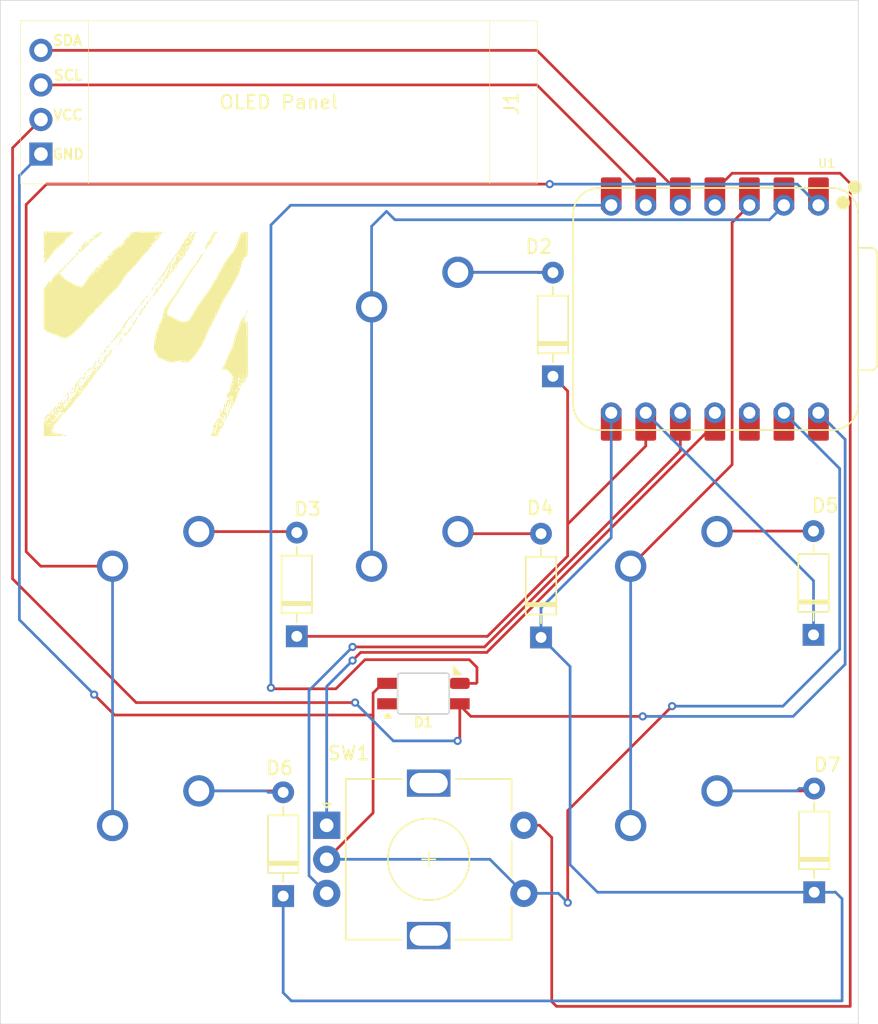
<source format=kicad_pcb>
(kicad_pcb (version 20241229) (generator "pcbnew") (generator_version "9.0")
  (layers (0 "F.Cu" signal) (2 "B.Cu" signal) (13 "F.Paste" user) (15 "B.Paste" user) (5 "F.SilkS" user "F.Silkscreen") (7 "B.SilkS" user "B.Silkscreen") (1 "F.Mask" user) (3 "B.Mask" user) (25 "Edge.Cuts" user))
  (net 0 "")
  (net 1 "LED")
  (net 3 "VCC")
  (net 4 "GND")
  (net 5 "Net-(D2-A)")
  (net 6 "Net-(D3-A)")
  (net 7 "ROW1")
  (net 8 "Net-(D4-A)")
  (net 9 "Net-(D5-A)")
  (net 10 "ROW2")
  (net 11 "Net-(D6-A)")
  (net 12 "Net-(D7-A)")
  (net 13 "SDA")
  (net 14 "SCL")
  (net 15 "R_A")
  (net 16 "R_B")
  (net 17 "COL1")
  (net 18 "R_SW")
  (net 19 "COL2")
  (net 22 "COL3")
  (footprint "libs:SK6812-MINI-E" (layer "F.Cu") (at 176.2125 94.925)
    (property "Reference" "D1" (at 0 2.1 0) (layer "F.SilkS") (effects (font (size 0.7 0.7))))
    (property "Value" "SK6812MINI" (hide yes))
    (fp_line (start -1.9 1.3) (end -1.9 -1.3) (stroke (width 0.12)) (layer "Edge.Cuts"))
    (fp_line (start -1.7 -1.5) (end 1.7 -1.5) (stroke (width 0.12)) (layer "Edge.Cuts"))
    (fp_line (start 1.7 1.5) (end -1.7 1.5) (stroke (width 0.12)) (layer "Edge.Cuts"))
    (fp_line (start 1.9 -1.3) (end 1.9 1.3) (stroke (width 0.12)) (layer "Edge.Cuts"))
    (fp_arc (start -1.9 -1.3) (mid -1.841421 -1.441421) (end -1.7 -1.5) (stroke (width 0.12)) (layer "Edge.Cuts"))
    (fp_arc (start -1.7 1.5) (mid -1.841421 1.441421) (end -1.9 1.3) (stroke (width 0.12)) (layer "Edge.Cuts"))
    (fp_arc (start 1.7 -1.5) (mid 1.841421 -1.441421) (end 1.9 -1.3) (stroke (width 0.12)) (layer "Edge.Cuts"))
    (fp_arc (start 1.9 1.3) (mid 1.841421 1.441421) (end 1.7 1.5) (stroke (width 0.12)) (layer "Edge.Cuts"))
    (pad "1" smd rect (at -2.675 0.75) (size 1.45 0.82) (layers "F.Cu" "F.Mask" "F.Paste"))
    (pad "2" smd rect (at -2.675 -0.75) (size 1.45 0.82) (layers "F.Cu" "F.Mask" "F.Paste") (net 4 "GND"))
    (pad "3" smd roundrect (at 2.675 -0.75) (size 1.45 0.82) (layers "F.Cu" "F.Mask" "F.Paste") (net 1 "LED"))
    (pad "4" smd rect (at 2.675 0.75) (size 1.45 0.82) (layers "F.Cu" "F.Mask" "F.Paste") (net 3 "VCC"))
  )
  (footprint "OPL:XIAO-RP2040-DIP" (layer "F.Cu") (at 197.6438 66.675 -90)
    (property "Reference" "U1" (at -10.6875 -8.2312 0) (layer "F.SilkS") (effects (font (size 0.635 0.635) (thickness 0.1016))))
    (property "Value" "XIAO-RP2040-DIP")
    (pad "1" smd roundrect (at -8.455 -7.62 90) (size 2.432 1.524) (layers "F.Cu" "F.Mask") (roundrect_rratio 0.1) (net 17 "COL1"))
    (pad "1" thru_hole circle (at -7.62 -7.62 90) (size 1.524 1.524) (drill 0.889) (layers "*.Cu" "*.Mask") (net 17 "COL1"))
    (pad "2" smd roundrect (at -8.455 -5.08 90) (size 2.432 1.524) (layers "F.Cu" "F.Mask") (roundrect_rratio 0.1) (net 19 "COL2"))
    (pad "2" thru_hole circle (at -7.62 -5.08 90) (size 1.524 1.524) (drill 0.889) (layers "*.Cu" "*.Mask") (net 19 "COL2"))
    (pad "3" smd roundrect (at -8.455 -2.54 90) (size 2.432 1.524) (layers "F.Cu" "F.Mask") (roundrect_rratio 0.1) (net 22 "COL3"))
    (pad "3" thru_hole circle (at -7.62 -2.54 90) (size 1.524 1.524) (drill 0.889) (layers "*.Cu" "*.Mask") (net 22 "COL3"))
    (pad "4" smd roundrect (at -8.455 0 90) (size 2.432 1.524) (layers "F.Cu" "F.Mask") (roundrect_rratio 0.1) (net 18 "R_SW"))
    (pad "4" thru_hole circle (at -7.62 0 90) (size 1.524 1.524) (drill 0.889) (layers "*.Cu" "*.Mask") (net 18 "R_SW"))
    (pad "5" smd roundrect (at -8.455 2.54 90) (size 2.432 1.524) (layers "F.Cu" "F.Mask") (roundrect_rratio 0.1) (net 13 "SDA"))
    (pad "5" thru_hole circle (at -7.62 2.54 90) (size 1.524 1.524) (drill 0.889) (layers "*.Cu" "*.Mask") (net 13 "SDA"))
    (pad "6" smd roundrect (at -8.455 5.08 90) (size 2.432 1.524) (layers "F.Cu" "F.Mask") (roundrect_rratio 0.1) (net 14 "SCL"))
    (pad "6" thru_hole circle (at -7.62 5.08 90) (size 1.524 1.524) (drill 0.889) (layers "*.Cu" "*.Mask") (net 14 "SCL"))
    (pad "7" smd roundrect (at -8.455 7.62 90) (size 2.432 1.524) (layers "F.Cu" "F.Mask") (roundrect_rratio 0.1) (net 1 "LED"))
    (pad "7" thru_hole circle (at -7.62 7.62 90) (size 1.524 1.524) (drill 0.889) (layers "*.Cu" "*.Mask") (net 1 "LED"))
    (pad "8" thru_hole circle (at 7.62 7.62 270) (size 1.524 1.524) (drill 0.889) (layers "*.Cu" "*.Mask") (net 10 "ROW2"))
    (pad "8" smd roundrect (at 8.455 7.62 270) (size 2.432 1.524) (layers "F.Cu" "F.Mask") (roundrect_rratio 0.1) (net 10 "ROW2"))
    (pad "9" thru_hole circle (at 7.62 5.08 270) (size 1.524 1.524) (drill 0.889) (layers "*.Cu" "*.Mask") (net 7 "ROW1"))
    (pad "9" smd roundrect (at 8.455 5.08 270) (size 2.432 1.524) (layers "F.Cu" "F.Mask") (roundrect_rratio 0.1) (net 7 "ROW1"))
    (pad "10" thru_hole circle (at 7.62 2.54 270) (size 1.524 1.524) (drill 0.889) (layers "*.Cu" "*.Mask") (net 16 "R_B"))
    (pad "10" smd roundrect (at 8.455 2.54 270) (size 2.432 1.524) (layers "F.Cu" "F.Mask") (roundrect_rratio 0.1) (net 16 "R_B"))
    (pad "11" thru_hole circle (at 7.62 0 270) (size 1.524 1.524) (drill 0.889) (layers "*.Cu" "*.Mask") (net 15 "R_A"))
    (pad "11" smd roundrect (at 8.455 0 270) (size 2.432 1.524) (layers "F.Cu" "F.Mask") (roundrect_rratio 0.1) (net 15 "R_A"))
    (pad "12" thru_hole circle (at 7.62 -2.54 270) (size 1.524 1.524) (drill 0.889) (layers "*.Cu" "*.Mask"))
    (pad "12" smd roundrect (at 8.455 -2.54 270) (size 2.432 1.524) (layers "F.Cu" "F.Mask") (roundrect_rratio 0.1))
    (pad "13" thru_hole circle (at 7.62 -5.08 270) (size 1.524 1.524) (drill 0.889) (layers "*.Cu" "*.Mask") (net 4 "GND"))
    (pad "13" smd roundrect (at 8.455 -5.08 270) (size 2.432 1.524) (layers "F.Cu" "F.Mask") (roundrect_rratio 0.1) (net 4 "GND"))
    (pad "14" thru_hole circle (at 7.62 -7.62 270) (size 1.524 1.524) (drill 0.889) (layers "*.Cu" "*.Mask") (net 3 "VCC"))
    (pad "14" smd roundrect (at 8.455 -7.62 270) (size 2.432 1.524) (layers "F.Cu" "F.Mask") (roundrect_rratio 0.1) (net 3 "VCC"))
  )
  (footprint "MX_Solderable:MX-Solderable-1U" (layer "F.Cu") (at 195.2625 107.1562)
    (property "Reference" "SW7")
    (property "Value" "SW_Push")
    (pad "" np_thru_hole circle (at -5.08 0 48.099) (size 1.7018 1.7018) (drill 1.7018) (layers "*.Cu" "*.Mask"))
    (pad "" np_thru_hole circle (at 0 0) (size 3.9878 3.9878) (drill 3.9878) (layers "*.Cu" "*.Mask"))
    (pad "" np_thru_hole circle (at 5.08 0 48.099) (size 1.7018 1.7018) (drill 1.7018) (layers "*.Cu" "*.Mask"))
    (pad "1" thru_hole circle (at -3.81 -2.54) (size 2.3 2.3) (drill 1.524) (layers "*.Cu" "B.Mask") (net 22 "COL3"))
    (pad "2" thru_hole circle (at 2.54 -5.08) (size 2.3 2.3) (drill 1.524) (layers "*.Cu" "B.Mask") (net 12 "Net-(D7-A)"))
  )
  (footprint "OLED:SSD1306-0.91-OLED-4pin-128x32" (layer "F.Cu") (at 184.585 57.485 180)
    (property "Reference" "J1" (at 1.9 5.91 90) (layer "F.SilkS"))
    (property "Value" "OLED DISPLAY")
    (fp_text user "GND" (at 34.5 2.19 180) (layer "F.SilkS") (effects (font (size 0.75 0.75))))
    (fp_text user "SCL" (at 34.5 7.985 180) (layer "F.SilkS") (effects (font (size 0.75 0.75))))
    (fp_text user "OLED Panel" (at 19 6 0) (layer "F.SilkS"))
    (fp_text user "SDA" (at 34.5475 10.535 180) (layer "F.SilkS") (effects (font (size 0.75 0.75))))
    (fp_text user "VCC" (at 34.51 5.06 180) (layer "F.SilkS") (effects (font (size 0.75 0.75))))
    (pad "1" thru_hole rect (at 36.5 2.19 180) (size 1.7 1.7) (drill 1) (layers "*.Cu" "*.Mask") (net 4 "GND"))
    (pad "2" thru_hole oval (at 36.5 4.73 180) (size 1.7 1.7) (drill 1) (layers "*.Cu" "*.Mask") (net 3 "VCC"))
    (pad "3" thru_hole oval (at 36.5 7.27 180) (size 1.7 1.7) (drill 1) (layers "*.Cu" "*.Mask") (net 14 "SCL"))
    (pad "4" thru_hole oval (at 36.5 9.81 180) (size 1.7 1.7) (drill 1) (layers "*.Cu" "*.Mask") (net 13 "SDA"))
  )
  (footprint "Diode_THT:D_DO-35_SOD27_P7.62mm_Horizontal" (layer "F.Cu") (at 166.9 90.72 90)
    (property "Reference" "D3" (at 9.345 0.8 180) (layer "F.SilkS"))
    (property "Value" "D")
    (pad "1" thru_hole rect (at 0 0 90) (size 1.6 1.6) (drill 0.8) (layers "*.Cu" "*.Mask") (net 7 "ROW1"))
    (pad "2" thru_hole oval (at 7.62 0 90) (size 1.6 1.6) (drill 0.8) (layers "*.Cu" "*.Mask") (net 6 "Net-(D3-A)"))
  )
  (footprint "Diode_THT:D_DO-35_SOD27_P7.62mm_Horizontal" (layer "F.Cu") (at 165.9 109.8 90)
    (property "Reference" "D6" (at 9.4 -0.2625 180) (layer "F.SilkS"))
    (property "Value" "D")
    (pad "1" thru_hole rect (at 0 0 90) (size 1.6 1.6) (drill 0.8) (layers "*.Cu" "*.Mask") (net 10 "ROW2"))
    (pad "2" thru_hole oval (at 7.62 0 90) (size 1.6 1.6) (drill 0.8) (layers "*.Cu" "*.Mask") (net 11 "Net-(D6-A)"))
  )
  (footprint "Diode_THT:D_DO-35_SOD27_P7.62mm_Horizontal" (layer "F.Cu") (at 184.86 90.8 90)
    (property "Reference" "D4" (at 9.5 -0.06 180) (layer "F.SilkS"))
    (property "Value" "D" (hide yes))
    (pad "1" thru_hole rect (at 0 0 90) (size 1.6 1.6) (drill 0.8) (layers "*.Cu" "*.Mask") (net 10 "ROW2"))
    (pad "2" thru_hole oval (at 7.62 0 90) (size 1.6 1.6) (drill 0.8) (layers "*.Cu" "*.Mask") (net 8 "Net-(D4-A)"))
  )
  (footprint "MX_Solderable:MX-Solderable-1U" (layer "F.Cu") (at 176.2125 69.0562)
    (property "Reference" "SW2")
    (property "Value" "SW_Push")
    (pad "" np_thru_hole circle (at -5.08 0 48.099) (size 1.7018 1.7018) (drill 1.7018) (layers "*.Cu" "*.Mask"))
    (pad "" np_thru_hole circle (at 0 0) (size 3.9878 3.9878) (drill 3.9878) (layers "*.Cu" "*.Mask"))
    (pad "" np_thru_hole circle (at 5.08 0 48.099) (size 1.7018 1.7018) (drill 1.7018) (layers "*.Cu" "*.Mask"))
    (pad "1" thru_hole circle (at -3.81 -2.54) (size 2.3 2.3) (drill 1.524) (layers "*.Cu" "B.Mask") (net 19 "COL2"))
    (pad "2" thru_hole circle (at 2.54 -5.08) (size 2.3 2.3) (drill 1.524) (layers "*.Cu" "B.Mask") (net 5 "Net-(D2-A)"))
  )
  (footprint "libs:logo" (layer "F.Cu") (at 155.8 68.5)
    (property "Reference" "G***" (hide yes))
    (property "Value" "LOGO" (hide yes))
  )
  (footprint "MX_Solderable:MX-Solderable-1U" (layer "F.Cu") (at 157.1625 107.1562)
    (property "Reference" "SW6")
    (property "Value" "SW_Push")
    (pad "" np_thru_hole circle (at -5.08 0 48.099) (size 1.7018 1.7018) (drill 1.7018) (layers "*.Cu" "*.Mask"))
    (pad "" np_thru_hole circle (at 0 0) (size 3.9878 3.9878) (drill 3.9878) (layers "*.Cu" "*.Mask"))
    (pad "" np_thru_hole circle (at 5.08 0 48.099) (size 1.7018 1.7018) (drill 1.7018) (layers "*.Cu" "*.Mask"))
    (pad "1" thru_hole circle (at -3.81 -2.54) (size 2.3 2.3) (drill 1.524) (layers "*.Cu" "B.Mask") (net 17 "COL1"))
    (pad "2" thru_hole circle (at 2.54 -5.08) (size 2.3 2.3) (drill 1.524) (layers "*.Cu" "B.Mask") (net 11 "Net-(D6-A)"))
  )
  (footprint "MX_Solderable:MX-Solderable-1U" (layer "F.Cu") (at 176.2125 88.1062)
    (property "Reference" "SW4")
    (property "Value" "SW_Push")
    (pad "" np_thru_hole circle (at -5.08 0 48.099) (size 1.7018 1.7018) (drill 1.7018) (layers "*.Cu" "*.Mask"))
    (pad "" np_thru_hole circle (at 0 0) (size 3.9878 3.9878) (drill 3.9878) (layers "*.Cu" "*.Mask"))
    (pad "" np_thru_hole circle (at 5.08 0 48.099) (size 1.7018 1.7018) (drill 1.7018) (layers "*.Cu" "*.Mask"))
    (pad "1" thru_hole circle (at -3.81 -2.54) (size 2.3 2.3) (drill 1.524) (layers "*.Cu" "B.Mask") (net 19 "COL2"))
    (pad "2" thru_hole circle (at 2.54 -5.08) (size 2.3 2.3) (drill 1.524) (layers "*.Cu" "B.Mask") (net 8 "Net-(D4-A)"))
  )
  (footprint "MX_Solderable:MX-Solderable-1U" (layer "F.Cu") (at 157.1625 88.1062)
    (property "Reference" "SW3")
    (property "Value" "SW_Push")
    (pad "" np_thru_hole circle (at -5.08 0 48.099) (size 1.7018 1.7018) (drill 1.7018) (layers "*.Cu" "*.Mask"))
    (pad "" np_thru_hole circle (at 0 0) (size 3.9878 3.9878) (drill 3.9878) (layers "*.Cu" "*.Mask"))
    (pad "" np_thru_hole circle (at 5.08 0 48.099) (size 1.7018 1.7018) (drill 1.7018) (layers "*.Cu" "*.Mask"))
    (pad "1" thru_hole circle (at -3.81 -2.54) (size 2.3 2.3) (drill 1.524) (layers "*.Cu" "B.Mask") (net 17 "COL1"))
    (pad "2" thru_hole circle (at 2.54 -5.08) (size 2.3 2.3) (drill 1.524) (layers "*.Cu" "B.Mask") (net 6 "Net-(D3-A)"))
  )
  (footprint "Diode_THT:D_DO-35_SOD27_P7.62mm_Horizontal" (layer "F.Cu") (at 185.7375 71.62 90)
    (property "Reference" "D2" (at 9.52 -1.0375 180) (layer "F.SilkS"))
    (property "Value" "D" (hide yes))
    (pad "1" thru_hole rect (at 0 0 90) (size 1.6 1.6) (drill 0.8) (layers "*.Cu" "*.Mask") (net 7 "ROW1"))
    (pad "2" thru_hole oval (at 7.62 0 90) (size 1.6 1.6) (drill 0.8) (layers "*.Cu" "*.Mask") (net 5 "Net-(D2-A)"))
  )
  (footprint "MX_Solderable:MX-Solderable-1U" (layer "F.Cu") (at 195.2625 88.1062)
    (property "Reference" "SW5")
    (property "Value" "SW_Push")
    (pad "" np_thru_hole circle (at -5.08 0 48.099) (size 1.7018 1.7018) (drill 1.7018) (layers "*.Cu" "*.Mask"))
    (pad "" np_thru_hole circle (at 0 0) (size 3.9878 3.9878) (drill 3.9878) (layers "*.Cu" "*.Mask"))
    (pad "" np_thru_hole circle (at 5.08 0 48.099) (size 1.7018 1.7018) (drill 1.7018) (layers "*.Cu" "*.Mask"))
    (pad "1" thru_hole circle (at -3.81 -2.54) (size 2.3 2.3) (drill 1.524) (layers "*.Cu" "B.Mask") (net 22 "COL3"))
    (pad "2" thru_hole circle (at 2.54 -5.08) (size 2.3 2.3) (drill 1.524) (layers "*.Cu" "B.Mask") (net 9 "Net-(D5-A)"))
  )
  (footprint "Diode_THT:D_DO-35_SOD27_P7.62mm_Horizontal" (layer "F.Cu") (at 204.9 90.61 90)
    (property "Reference" "D5" (at 9.4975 0.8625 180) (layer "F.SilkS"))
    (property "Value" "D" (hide yes))
    (pad "1" thru_hole rect (at 0 0 90) (size 1.6 1.6) (drill 0.8) (layers "*.Cu" "*.Mask") (net 7 "ROW1"))
    (pad "2" thru_hole oval (at 7.62 0 90) (size 1.6 1.6) (drill 0.8) (layers "*.Cu" "*.Mask") (net 9 "Net-(D5-A)"))
  )
  (footprint "Diode_THT:D_DO-35_SOD27_P7.62mm_Horizontal" (layer "F.Cu") (at 204.95 109.52 90)
    (property "Reference" "D7" (at 9.3575 0.9625 180) (layer "F.SilkS"))
    (property "Value" "D")
    (pad "1" thru_hole rect (at 0 0 90) (size 1.6 1.6) (drill 0.8) (layers "*.Cu" "*.Mask") (net 10 "ROW2"))
    (pad "2" thru_hole oval (at 7.62 0 90) (size 1.6 1.6) (drill 0.8) (layers "*.Cu" "*.Mask") (net 12 "Net-(D7-A)"))
  )
  (footprint "Rotary_Encoder:RotaryEncoder_Alps_EC11E-Switch_Vertical_H20mm" (layer "F.Cu") (at 169.1 104.6)
    (property "Reference" "SW1" (at 1.6 -5.3 0) (layer "F.SilkS"))
    (property "Value" "RotaryEncoder_Switch")
    (pad "A" thru_hole rect (at 0 0) (size 2 2) (drill 1) (layers "*.Cu" "*.Mask") (net 15 "R_A"))
    (pad "B" thru_hole circle (at 0 5) (size 2 2) (drill 1) (layers "*.Cu" "*.Mask") (net 16 "R_B"))
    (pad "C" thru_hole circle (at 0 2.5) (size 2 2) (drill 1) (layers "*.Cu" "*.Mask") (net 4 "GND"))
    (pad "MP" thru_hole rect (at 7.5 -3.1) (size 3.2 2) (drill oval 2.8 1.5) (layers "*.Cu" "*.Mask"))
    (pad "MP" thru_hole rect (at 7.5 8.1) (size 3.2 2) (drill oval 2.8 1.5) (layers "*.Cu" "*.Mask"))
    (pad "S1" thru_hole circle (at 14.5 5) (size 2 2) (drill 1) (layers "*.Cu" "*.Mask") (net 4 "GND"))
    (pad "S2" thru_hole circle (at 14.5 0) (size 2 2) (drill 1) (layers "*.Cu" "*.Mask") (net 18 "R_SW"))
  )
  (gr_rect (start 145.1 44) (end 208.2 119.2) (stroke (width 0.05)) (fill no) (layer "Edge.Cuts"))
  (segment (start 179.5875 92.4375) (end 180.15 93) (width 0.2) (layer "F.Cu") (net 1))
  (segment (start 169.774943 94.575) (end 165.075 94.575) (width 0.2) (layer "F.Cu") (net 1))
  (segment (start 180.15 93) (end 180.15 94.1125) (width 0.2) (layer "F.Cu") (net 1))
  (segment (start 180.0875 94.175) (end 178.8875 94.175) (width 0.2) (layer "F.Cu") (net 1))
  (segment (start 179.5875 92.4375) (end 171.912443 92.4375) (width 0.2) (layer "F.Cu") (net 1))
  (segment (start 165.075 94.575) (end 165 94.5) (width 0.2) (layer "F.Cu") (net 1))
  (segment (start 190.0238 58.22) (end 190.0238 59.055) (width 0.2) (layer "F.Cu") (net 1))
  (segment (start 171.912443 92.4375) (end 169.774943 94.575) (width 0.2) (layer "F.Cu") (net 1))
  (segment (start 180.15 94.1125) (end 180.0875 94.175) (width 0.2) (layer "F.Cu") (net 1))
  (via (at 165 94.5) (size 0.6) (drill 0.3) (layers "F.Cu" "B.Cu") (net 1))
  (segment (start 166.445 59.055) (end 165 60.5) (width 0.2) (layer "B.Cu") (net 1))
  (segment (start 190.0238 59.055) (end 166.445 59.055) (width 0.2) (layer "B.Cu") (net 1))
  (segment (start 190.024 59.055) (end 190.0238 59.055) (width 0.2) (layer "B.Cu") (net 1))
  (segment (start 165 60.5) (end 165 94.5) (width 0.2) (layer "B.Cu") (net 1))
  (segment (start 178.8875 95.675) (end 178.8875 98.2375) (width 0.2) (layer "F.Cu") (net 3))
  (segment (start 179.7 96.6) (end 178.8875 95.7875) (width 0.2) (layer "F.Cu") (net 3))
  (segment (start 205.2638 75.13) (end 205.2638 74.295) (width 0.2) (layer "F.Cu") (net 3))
  (segment (start 178.8875 95.7875) (end 178.8875 95.675) (width 0.2) (layer "F.Cu") (net 3))
  (segment (start 192.3375 96.6) (end 179.7 96.6) (width 0.2) (layer "F.Cu") (net 3))
  (segment (start 146 54.84) (end 148.085 52.755) (width 0.2) (layer "F.Cu") (net 3))
  (segment (start 146 86.5) (end 146 54.84) (width 0.2) (layer "F.Cu") (net 3))
  (segment (start 152.824 93.324) (end 155.0875 95.5875) (width 0.2) (layer "F.Cu") (net 3))
  (segment (start 178.8875 98.2375) (end 178.725 98.4) (width 0.2) (layer "F.Cu") (net 3))
  (segment (start 155.0875 95.5875) (end 171.1875 95.5875) (width 0.2) (layer "F.Cu") (net 3))
  (segment (start 152.824 93.324) (end 146 86.5) (width 0.2) (layer "F.Cu") (net 3))
  (via (at 171.1875 95.5875) (size 0.6) (drill 0.3) (layers "F.Cu" "B.Cu") (net 3))
  (via (at 178.725 98.4) (size 0.6) (drill 0.3) (layers "F.Cu" "B.Cu") (net 3))
  (via (at 192.3375 96.6) (size 0.6) (drill 0.3) (layers "F.Cu" "B.Cu") (net 3))
  (segment (start 205.95 94.05) (end 207.225 92.775) (width 0.2) (layer "B.Cu") (net 3))
  (segment (start 206.2445 75.2756) (end 205.264 74.295) (width 0.2) (layer "B.Cu") (net 3))
  (segment (start 171.1875 95.5875) (end 174 98.4) (width 0.2) (layer "B.Cu") (net 3))
  (segment (start 207.225 92.775) (end 207.225 76.2562) (width 0.2) (layer "B.Cu") (net 3))
  (segment (start 203.4 96.6) (end 192.3375 96.6) (width 0.2) (layer "B.Cu") (net 3))
  (segment (start 207.225 76.2562) (end 206.2445 75.2756) (width 0.2) (layer "B.Cu") (net 3))
  (segment (start 206.2445 75.2756) (end 206.2444 75.2756) (width 0.2) (layer "B.Cu") (net 3))
  (segment (start 174 98.4) (end 178.725 98.4) (width 0.2) (layer "B.Cu") (net 3))
  (segment (start 206.2444 75.2756) (end 205.2638 74.295) (width 0.2) (layer "B.Cu") (net 3))
  (segment (start 205.95 94.05) (end 203.4 96.6) (width 0.2) (layer "B.Cu") (net 3))
  (segment (start 194.5 95.85) (end 186.825 103.525) (width 0.2) (layer "F.Cu") (net 4))
  (segment (start 172.5115 96.5) (end 172.5115 94.886) (width 0.2) (layer "F.Cu") (net 4))
  (segment (start 202.7238 74.295) (end 202.7238 75.13) (width 0.2) (layer "F.Cu") (net 4))
  (segment (start 153.5 96.5) (end 172.5115 96.5) (width 0.2) (layer "F.Cu") (net 4))
  (segment (start 172.5115 94.886) (end 173.2225 94.175) (width 0.2) (layer "F.Cu") (net 4))
  (segment (start 152 95) (end 153.5 96.5) (width 0.2) (layer "F.Cu") (net 4))
  (segment (start 186.825 103.525) (end 186.825 110.2875) (width 0.2) (layer "F.Cu") (net 4))
  (segment (start 169.1 107.1) (end 172.5115 103.6885) (width 0.2) (layer "F.Cu") (net 4))
  (segment (start 172.5115 103.6885) (end 172.5115 96.5) (width 0.2) (layer "F.Cu") (net 4))
  (segment (start 173.2225 94.175) (end 173.5375 94.175) (width 0.2) (layer "F.Cu") (net 4))
  (via (at 152 95) (size 0.6) (drill 0.3) (layers "F.Cu" "B.Cu") (net 4))
  (via (at 186.825 110.2875) (size 0.6) (drill 0.3) (layers "F.Cu" "B.Cu") (net 4))
  (via (at 194.5 95.85) (size 0.6) (drill 0.3) (layers "F.Cu" "B.Cu") (net 4))
  (segment (start 206.824 91.676) (end 202.65 95.85) (width 0.2) (layer "B.Cu") (net 4))
  (segment (start 146.5 56.88) (end 146.5 89.5) (width 0.2) (layer "B.Cu") (net 4))
  (segment (start 203.5629 75.1339) (end 206.824 78.3952) (width 0.2) (layer "B.Cu") (net 4))
  (segment (start 183.6 109.6) (end 181.1 107.1) (width 0.2) (layer "B.Cu") (net 4))
  (segment (start 186.1375 109.6) (end 183.6 109.6) (width 0.2) (layer "B.Cu") (net 4))
  (segment (start 202.65 95.85) (end 194.5 95.85) (width 0.2) (layer "B.Cu") (net 4))
  (segment (start 202.724 74.295) (end 203.5629 75.1339) (width 0.2) (layer "B.Cu") (net 4))
  (segment (start 194.5 95.85) (end 194.45 95.85) (width 0.2) (layer "B.Cu") (net 4))
  (segment (start 146.5 89.5) (end 152 95) (width 0.2) (layer "B.Cu") (net 4))
  (segment (start 186.825 110.2875) (end 186.1375 109.6) (width 0.2) (layer "B.Cu") (net 4))
  (segment (start 206.824 78.3952) (end 206.824 91.676) (width 0.2) (layer "B.Cu") (net 4))
  (segment (start 148.085 55.295) (end 146.5 56.88) (width 0.2) (layer "B.Cu") (net 4))
  (segment (start 203.5627 75.1339) (end 202.7238 74.295) (width 0.2) (layer "B.Cu") (net 4))
  (segment (start 181.1 107.1) (end 169.1 107.1) (width 0.2) (layer "B.Cu") (net 4))
  (segment (start 203.5629 75.1339) (end 203.5627 75.1339) (width 0.2) (layer "B.Cu") (net 4))
  (segment (start 178.7525 63.9762) (end 185.714 63.9762) (width 0.2) (layer "F.Cu") (net 5))
  (segment (start 185.714 63.9762) (end 185.738 64) (width 0.2) (layer "F.Cu") (net 5))
  (segment (start 178.752 63.9762) (end 178.7525 63.9762) (width 0.2) (layer "F.Cu") (net 5))
  (segment (start 185.7375 64) (end 184.6358 64) (width 0.2) (layer "B.Cu") (net 5))
  (segment (start 178.7525 63.9762) (end 184.612 63.9762) (width 0.2) (layer "B.Cu") (net 5))
  (segment (start 184.612 63.9762) (end 184.6358 64) (width 0.2) (layer "B.Cu") (net 5))
  (segment (start 166.826 83.0262) (end 166.9 83.1) (width 0.2) (layer "F.Cu") (net 6))
  (segment (start 159.7025 83.0262) (end 166.826 83.0262) (width 0.2) (layer "F.Cu") (net 6))
  (segment (start 159.702 83.0262) (end 159.7025 83.0262) (width 0.2) (layer "F.Cu") (net 6))
  (segment (start 192.5638 74.295) (end 192.5638 75.13) (width 0.2) (layer "F.Cu") (net 7))
  (segment (start 192.5638 76.7364) (end 186.82 82.4802) (width 0.2) (layer "F.Cu") (net 7))
  (segment (start 185.7375 71.62) (end 185.738 71.62) (width 0.2) (layer "F.Cu") (net 7))
  (segment (start 186.82 82.4802) (end 186.82 84.8198) (width 0.2) (layer "F.Cu") (net 7))
  (segment (start 180.92 90.72) (end 166.9 90.72) (width 0.2) (layer "F.Cu") (net 7))
  (segment (start 192.5638 75.13) (end 192.5638 76.7364) (width 0.2) (layer "F.Cu") (net 7))
  (segment (start 186.82 72.7023) (end 186.82 82.4802) (width 0.2) (layer "F.Cu") (net 7))
  (segment (start 186.82 84.8198) (end 180.92 90.72) (width 0.2) (layer "F.Cu") (net 7))
  (segment (start 185.738 71.62) (end 186.82 72.7023) (width 0.2) (layer "F.Cu") (net 7))
  (segment (start 204.9 90.61) (end 204.9 86.6312) (width 0.2) (layer "B.Cu") (net 7))
  (segment (start 204.9 86.6312) (end 192.5638 74.295) (width 0.2) (layer "B.Cu") (net 7))
  (segment (start 184.86 83.18) (end 178.906 83.18) (width 0.2) (layer "F.Cu") (net 8))
  (segment (start 178.829 83.1031) (end 178.752 83.0262) (width 0.2) (layer "F.Cu") (net 8))
  (segment (start 178.829 83.1031) (end 178.7525 83.0266) (width 0.2) (layer "F.Cu") (net 8))
  (segment (start 178.7525 83.0266) (end 178.7525 83.0262) (width 0.2) (layer "F.Cu") (net 8))
  (segment (start 178.906 83.18) (end 178.829 83.1031) (width 0.2) (layer "F.Cu") (net 8))
  (segment (start 204.9 82.99) (end 197.839 82.99) (width 0.2) (layer "F.Cu") (net 9))
  (segment (start 197.8025 83.0261) (end 197.8025 83.0262) (width 0.2) (layer "F.Cu") (net 9))
  (segment (start 197.8205 83.0081) (end 197.8025 83.0261) (width 0.2) (layer "F.Cu") (net 9))
  (segment (start 197.8205 83.0081) (end 197.802 83.0262) (width 0.2) (layer "F.Cu") (net 9))
  (segment (start 197.839 82.99) (end 197.8205 83.0081) (width 0.2) (layer "F.Cu") (net 9))
  (segment (start 190.0238 75.13) (end 190.0238 74.295) (width 0.2) (layer "F.Cu") (net 10))
  (segment (start 184.86 90.8) (end 187 92.94) (width 0.2) (layer "B.Cu") (net 10))
  (segment (start 165.9 116.9) (end 166.5 117.5) (width 0.2) (layer "B.Cu") (net 10))
  (segment (start 190.024 74.295) (end 190.024 83.4762) (width 0.2) (layer "B.Cu") (net 10))
  (segment (start 187 92.94) (end 187 107.5) (width 0.2) (layer "B.Cu") (net 10))
  (segment (start 207 110) (end 206.5 109.5) (width 0.2) (layer "B.Cu") (net 10))
  (segment (start 187 107.5) (end 189.02 109.52) (width 0.2) (layer "B.Cu") (net 10))
  (segment (start 184.86 88.64) (end 184.86 90.8) (width 0.2) (layer "B.Cu") (net 10))
  (segment (start 190.0238 74.295) (end 190.024 74.295) (width 0.2) (layer "B.Cu") (net 10))
  (segment (start 166.5 117.5) (end 207 117.5) (width 0.2) (layer "B.Cu") (net 10))
  (segment (start 206.5 109.5) (end 206.48 109.52) (width 0.2) (layer "B.Cu") (net 10))
  (segment (start 165.9 109.8) (end 165.9 116.9) (width 0.2) (layer "B.Cu") (net 10))
  (segment (start 206.48 109.52) (end 204.95 109.52) (width 0.2) (layer "B.Cu") (net 10))
  (segment (start 189.02 109.52) (end 204.95 109.52) (width 0.2) (layer "B.Cu") (net 10))
  (segment (start 207 117.5) (end 207 110) (width 0.2) (layer "B.Cu") (net 10))
  (segment (start 190.024 83.4762) (end 184.86 88.64) (width 0.2) (layer "B.Cu") (net 10))
  (segment (start 159.702 102.076) (end 165.796 102.076) (width 0.2) (layer "F.Cu") (net 11))
  (segment (start 165.796 102.076) (end 165.9 102.18) (width 0.2) (layer "F.Cu") (net 11))
  (segment (start 159.7025 102.0762) (end 164.6945 102.0762) (width 0.2) (layer "B.Cu") (net 11))
  (segment (start 164.6945 102.0762) (end 164.7983 102.18) (width 0.2) (layer "B.Cu") (net 11))
  (segment (start 165.9 102.18) (end 164.7983 102.18) (width 0.2) (layer "B.Cu") (net 11))
  (segment (start 204.774 102.076) (end 204.95 101.9) (width 0.2) (layer "F.Cu") (net 12))
  (segment (start 197.802 102.076) (end 204.774 102.076) (width 0.2) (layer "F.Cu") (net 12))
  (segment (start 203.6721 102.0762) (end 203.8483 101.9) (width 0.2) (layer "B.Cu") (net 12))
  (segment (start 197.8025 102.0762) (end 203.6721 102.0762) (width 0.2) (layer "B.Cu") (net 12))
  (segment (start 204.95 101.9) (end 203.8483 101.9) (width 0.2) (layer "B.Cu") (net 12))
  (segment (start 195.1038 58.2198) (end 195.1038 58.22) (width 0.2) (layer "F.Cu") (net 13))
  (segment (start 184.559 47.675) (end 194.2652 57.3812) (width 0.2) (layer "F.Cu") (net 13))
  (segment (start 148.085 47.675) (end 184.559 47.675) (width 0.2) (layer "F.Cu") (net 13))
  (segment (start 194.2652 57.3812) (end 195.1038 58.2198) (width 0.2) (layer "F.Cu") (net 13))
  (segment (start 195.1038 59.055) (end 195.1038 58.22) (width 0.2) (layer "F.Cu") (net 13))
  (segment (start 194.2652 57.3812) (end 195.104 58.22) (width 0.2) (layer "F.Cu") (net 13))
  (segment (start 191.7252 57.3812) (end 192.5638 58.2198) (width 0.2) (layer "F.Cu") (net 14))
  (segment (start 191.7252 57.3812) (end 192.564 58.22) (width 0.2) (layer "F.Cu") (net 14))
  (segment (start 192.5638 59.055) (end 192.5638 58.22) (width 0.2) (layer "F.Cu") (net 14))
  (segment (start 192.5638 58.2198) (end 192.5638 58.22) (width 0.2) (layer "F.Cu") (net 14))
  (segment (start 184.559 50.215) (end 191.7252 57.3812) (width 0.2) (layer "F.Cu") (net 14))
  (segment (start 148.085 50.215) (end 184.559 50.215) (width 0.2) (layer "F.Cu") (net 14))
  (segment (start 197.6438 75.1302) (end 197.6438 75.13) (width 0.2) (layer "F.Cu") (net 15))
  (segment (start 195.504997 77.269007) (end 195.2701 77.5039) (width 0.2) (layer "F.Cu") (net 15))
  (segment (start 181.108 91.6661) (end 180.990918 91.783182) (width 0.2) (layer "F.Cu") (net 15))
  (segment (start 197.6438 74.295) (end 197.6438 75.13) (width 0.2) (layer "F.Cu") (net 15))
  (segment (start 180.541382 91.901) (end 171.599 91.901) (width 0.2) (layer "F.Cu") (net 15))
  (segment (start 197.644 75.13) (end 196.8052 75.9688) (width 0.2) (layer "F.Cu") (net 15))
  (segment (start 180.541723 91.90134) (end 180.541382 91.901) (width 0.2) (layer "F.Cu") (net 15))
  (segment (start 196.8052 75.9688) (end 197.6438 75.1302) (width 0.2) (layer "F.Cu") (net 15))
  (segment (start 195.504997 77.269003) (end 195.504997 77.269007) (width 0.2) (layer "F.Cu") (net 15))
  (segment (start 180.873922 91.900659) (end 180.87344 91.90066) (width 0.2) (layer "F.Cu") (net 15))
  (segment (start 180.707579 91.901) (end 180.541723 91.90134) (width 0.2) (layer "F.Cu") (net 15))
  (segment (start 195.2701 77.5039) (end 181.108 91.666) (width 0.2) (layer "F.Cu") (net 15))
  (segment (start 180.87344 91.90066) (end 180.8731 91.901) (width 0.2) (layer "F.Cu") (net 15))
  (segment (start 181.108 91.666) (end 181.108 91.6661) (width 0.2) (layer "F.Cu") (net 15))
  (segment (start 180.8731 91.901) (end 180.707579 91.901) (width 0.2) (layer "F.Cu") (net 15))
  (segment (start 171.599 91.901) (end 171 92.5) (width 0.2) (layer "F.Cu") (net 15))
  (segment (start 180.990918 91.783182) (end 180.873922 91.900659) (width 0.2) (layer "F.Cu") (net 15))
  (segment (start 196.8052 75.9688) (end 195.504997 77.269003) (width 0.2) (layer "F.Cu") (net 15))
  (via (at 171 92.5) (size 0.6) (drill 0.3) (layers "F.Cu" "B.Cu") (net 15))
  (segment (start 169.1 94.4) (end 169.1 104.6) (width 0.2) (layer "B.Cu") (net 15))
  (segment (start 171 92.5) (end 169.1 94.4) (width 0.2) (layer "B.Cu") (net 15))
  (segment (start 195.104 75.13) (end 195.104 77.1029) (width 0.2) (layer "F.Cu") (net 16))
  (segment (start 195.1038 75.13) (end 195.104 75.13) (width 0.2) (layer "F.Cu") (net 16))
  (segment (start 180.707 91.5) (end 171 91.5) (width 0.2) (layer "F.Cu") (net 16))
  (segment (start 180.853 91.3534) (end 180.707 91.5) (width 0.2) (layer "F.Cu") (net 16))
  (segment (start 195.104 77.1029) (end 180.853 91.3534) (width 0.2) (layer "F.Cu") (net 16))
  (segment (start 195.1038 75.13) (end 195.1038 74.295) (width 0.2) (layer "F.Cu") (net 16))
  (via (at 171 91.5) (size 0.6) (drill 0.3) (layers "F.Cu" "B.Cu") (net 16))
  (segment (start 171 91.5) (end 167.799 94.701) (width 0.2) (layer "B.Cu") (net 16))
  (segment (start 167.799 108.299) (end 169.1 109.6) (width 0.2) (layer "B.Cu") (net 16))
  (segment (start 167.799 94.701) (end 167.799 108.299) (width 0.2) (layer "B.Cu") (net 16))
  (segment (start 205.2638 58.22) (end 205.2638 59.055) (width 0.2) (layer "F.Cu") (net 17))
  (segment (start 148.5 57.5) (end 185.5 57.5) (width 0.2) (layer "F.Cu") (net 17))
  (segment (start 153.3525 85.5662) (end 153.352 85.5662) (width 0.2) (layer "F.Cu") (net 17))
  (segment (start 148.066 85.5662) (end 147 84.5) (width 0.2) (layer "F.Cu") (net 17))
  (segment (start 153.352 85.5662) (end 148.066 85.5662) (width 0.2) (layer "F.Cu") (net 17))
  (segment (start 147 59) (end 148.5 57.5) (width 0.2) (layer "F.Cu") (net 17))
  (segment (start 147 84.5) (end 147 59) (width 0.2) (layer "F.Cu") (net 17))
  (via (at 185.5 57.5) (size 0.6) (drill 0.3) (layers "F.Cu" "B.Cu") (net 17))
  (segment (start 153.352 85.5662) (end 153.352 86.2357) (width 0.2) (layer "B.Cu") (net 17))
  (segment (start 203.709 57.5) (end 204.4865 58.2775) (width 0.2) (layer "B.Cu") (net 17))
  (segment (start 185.5 57.5) (end 203.709 57.5) (width 0.2) (layer "B.Cu") (net 17))
  (segment (start 204.4865 58.2775) (end 205.264 59.055) (width 0.2) (layer "B.Cu") (net 17))
  (segment (start 153.3525 86.2352) (end 153.3525 85.5662) (width 0.2) (layer "B.Cu") (net 17))
  (segment (start 153.352 86.2357) (end 153.3525 86.2352) (width 0.2) (layer "B.Cu") (net 17))
  (segment (start 205.2638 59.0548) (end 205.2638 59.055) (width 0.2) (layer "B.Cu") (net 17))
  (segment (start 204.4865 58.2775) (end 205.2638 59.0548) (width 0.2) (layer "B.Cu") (net 17))
  (segment (start 153.3525 104.6162) (end 153.3522 104.6162) (width 0.2) (layer "B.Cu") (net 17))
  (segment (start 153.352 86.2357) (end 153.352 104.616) (width 0.2) (layer "B.Cu") (net 17))
  (segment (start 153.3522 104.6162) (end 153.352 104.616) (width 0.2) (layer "B.Cu") (net 17))
  (segment (start 197.644 57.9774) (end 198.918 56.703) (width 0.2) (layer "F.Cu") (net 18))
  (segment (start 206.852 56.703) (end 207.599 57.45) (width 0.2) (layer "F.Cu") (net 18))
  (segment (start 186 117.9) (end 185.65 117.55) (width 0.2) (layer "F.Cu") (net 18))
  (segment (start 184.75 104.6) (end 183.6 104.6) (width 0.2) (layer "F.Cu") (net 18))
  (segment (start 197.644 59.055) (end 197.644 58.22) (width 0.2) (layer "F.Cu") (net 18))
  (segment (start 197.6438 59.055) (end 197.644 59.055) (width 0.2) (layer "F.Cu") (net 18))
  (segment (start 198.918 56.703) (end 206.852 56.703) (width 0.2) (layer "F.Cu") (net 18))
  (segment (start 185.65 105.5) (end 184.75 104.6) (width 0.2) (layer "F.Cu") (net 18))
  (segment (start 207.599 117.9) (end 186 117.9) (width 0.2) (layer "F.Cu") (net 18))
  (segment (start 185.65 117.55) (end 185.65 105.5) (width 0.2) (layer "F.Cu") (net 18))
  (segment (start 207.599 57.45) (end 207.599 117.9) (width 0.2) (layer "F.Cu") (net 18))
  (segment (start 197.6438 58.22) (end 197.644 58.22) (width 0.2) (layer "F.Cu") (net 18))
  (segment (start 197.644 58.22) (end 197.644 57.9774) (width 0.2) (layer "F.Cu") (net 18))
  (segment (start 202.7238 58.22) (end 202.7238 59.055) (width 0.2) (layer "F.Cu") (net 19))
  (segment (start 172.4025 85.5662) (end 172.5757 85.393) (width 0.2) (layer "F.Cu") (net 19))
  (segment (start 172.5757 66.6894) (end 172.4025 66.5162) (width 0.2) (layer "F.Cu") (net 19))
  (segment (start 201.661 60.118) (end 202.1925 59.5865) (width 0.2) (layer "B.Cu") (net 19))
  (segment (start 202.1925 59.5865) (end 202.724 59.055) (width 0.2) (layer "B.Cu") (net 19))
  (segment (start 172.402 60.5975) (end 173.5 59.5) (width 0.2) (layer "B.Cu") (net 19))
  (segment (start 173.5 59.5) (end 174.118 60.118) (width 0.2) (layer "B.Cu") (net 19))
  (segment (start 172.402 66.5162) (end 172.402 60.5975) (width 0.2) (layer "B.Cu") (net 19))
  (segment (start 202.7238 59.0552) (end 202.7238 59.055) (width 0.2) (layer "B.Cu") (net 19))
  (segment (start 172.4025 66.5162) (end 172.402 66.5162) (width 0.2) (layer "B.Cu") (net 19))
  (segment (start 202.1925 59.5865) (end 202.7238 59.0552) (width 0.2) (layer "B.Cu") (net 19))
  (segment (start 174.118 60.118) (end 201.661 60.118) (width 0.2) (layer "B.Cu") (net 19))
  (segment (start 172.402 66.5162) (end 172.402 85.5662) (width 0.2) (layer "B.Cu") (net 19))
  (segment (start 200.1838 59.055) (end 198.9138 60.325) (width 0.2) (layer "F.Cu") (net 22))
  (segment (start 198.9138 78.1049) (end 191.4525 85.5662) (width 0.2) (layer "F.Cu") (net 22))
  (segment (start 200.1838 58.22) (end 200.1838 59.055) (width 0.2) (layer "F.Cu") (net 22))
  (segment (start 198.9138 60.325) (end 198.9138 78.1049) (width 0.2) (layer "F.Cu") (net 22))
  (segment (start 191.4525 85.5662) (end 191.452 85.5662) (width 0.2) (layer "B.Cu") (net 22))
  (segment (start 191.452 85.5662) (end 191.452 104.616) (width 0.2) (layer "B.Cu") (net 22))
  (segment (start 191.4522 104.6162) (end 191.452 104.616) (width 0.2) (layer "B.Cu") (net 22))
  (segment (start 191.4525 104.6162) (end 191.4522 104.6162) (width 0.2) (layer "B.Cu") (net 22))
)
</source>
